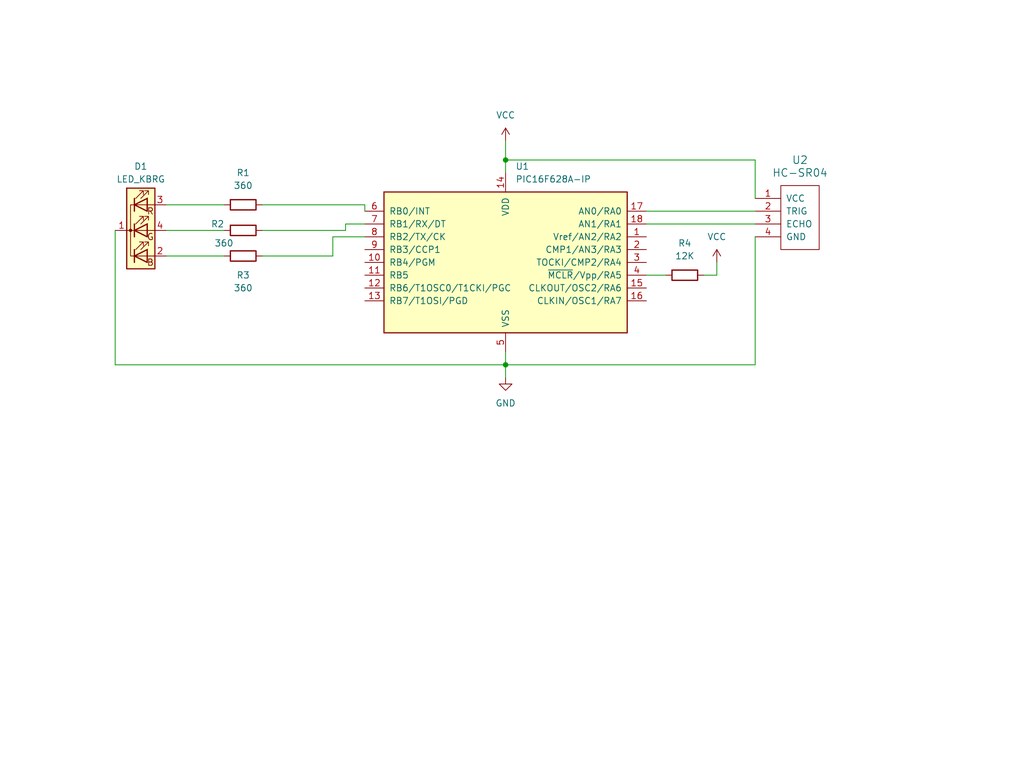
<source format=kicad_sch>
(kicad_sch (version 20230121) (generator eeschema)
  (paper "User" 203.2 152.4)
  (title_block (title "Distance Alert - PIC16F628A with HC-SR04 and RGB LED") (company "Ricardo Lima Caratti"))
  (lib_symbols
    (symbol "Device:LED_KBRG" (pin_names (offset 0) hide)
      (property "Reference" "D" (at 0 9.398 0))
      (property "Value" "LED_KBRG" (at 0 -8.89 0))
      (symbol "LED_KBRG_0_0"
        (text "B" (at 1.905 -6.35 0) (effects (font (size 1.27 1.27))))
        (text "G" (at 1.905 -1.27 0) (effects (font (size 1.27 1.27))))
        (text "R" (at 1.905 3.81 0) (effects (font (size 1.27 1.27))))
      )
      (symbol "LED_KBRG_0_1"
        (circle (center -2.032 0) (radius 0.254) (fill (type outline)))
        (polyline (pts (xy -1.27 -5.08) (xy 1.27 -5.08)))
        (polyline (pts (xy -1.27 -3.81) (xy -1.27 -6.35)) (stroke (width 0.254)))
        (polyline (pts (xy -1.27 0) (xy -2.54 0)))
        (polyline (pts (xy -1.27 1.27) (xy -1.27 -1.27)) (stroke (width 0.254)))
        (polyline (pts (xy -1.27 5.08) (xy 1.27 5.08)))
        (polyline (pts (xy -1.27 6.35) (xy -1.27 3.81)) (stroke (width 0.254)))
        (polyline (pts (xy 1.27 -5.08) (xy 2.54 -5.08)))
        (polyline (pts (xy 1.27 0) (xy -1.27 0)))
        (polyline (pts (xy 1.27 0) (xy 2.54 0)))
        (polyline (pts (xy 1.27 5.08) (xy 2.54 5.08)))
        (polyline (pts (xy -1.27 1.27) (xy -1.27 -1.27) (xy -1.27 -1.27)))
        (polyline (pts (xy -1.27 6.35) (xy -1.27 3.81) (xy -1.27 3.81)))
        (polyline (pts (xy -1.27 5.08) (xy -2.032 5.08) (xy -2.032 -5.08) (xy -1.016 -5.08)))
        (polyline (pts (xy 1.27 -3.81) (xy 1.27 -6.35) (xy -1.27 -5.08) (xy 1.27 -3.81)) (stroke (width 0.254)))
        (polyline (pts (xy 1.27 1.27) (xy 1.27 -1.27) (xy -1.27 0) (xy 1.27 1.27)) (stroke (width 0.254)))
        (polyline (pts (xy 1.27 6.35) (xy 1.27 3.81) (xy -1.27 5.08) (xy 1.27 6.35)) (stroke (width 0.254)))
        (polyline (pts (xy -1.016 -3.81) (xy 0.508 -2.286) (xy -0.254 -2.286) (xy 0.508 -2.286) (xy 0.508 -3.048)))
        (polyline (pts (xy -1.016 1.27) (xy 0.508 2.794) (xy -0.254 2.794) (xy 0.508 2.794) (xy 0.508 2.032)))
        (polyline (pts (xy -1.016 6.35) (xy 0.508 7.874) (xy -0.254 7.874) (xy 0.508 7.874) (xy 0.508 7.112)))
        (polyline (pts (xy 0 -3.81) (xy 1.524 -2.286) (xy 0.762 -2.286) (xy 1.524 -2.286) (xy 1.524 -3.048)))
        (polyline (pts (xy 0 1.27) (xy 1.524 2.794) (xy 0.762 2.794) (xy 1.524 2.794) (xy 1.524 2.032)))
        (polyline (pts (xy 0 6.35) (xy 1.524 7.874) (xy 0.762 7.874) (xy 1.524 7.874) (xy 1.524 7.112)))
        (rectangle (start 1.27 -1.27) (end 1.27 1.27))
        (rectangle (start 1.27 1.27) (end 1.27 1.27))
        (rectangle (start 1.27 3.81) (end 1.27 6.35))
        (rectangle (start 1.27 6.35) (end 1.27 6.35))
        (rectangle (start 2.794 8.382) (end -2.794 -7.62) (stroke (width 0.254)) (fill (type background)))
      )
      (symbol "LED_KBRG_1_1"
        (pin passive line (at -5.08 0 0) (length 2.54) (name "K") (number "1"))
        (pin passive line (at 5.08 -5.08 180) (length 2.54) (name "BA") (number "2"))
        (pin passive line (at 5.08 5.08 180) (length 2.54) (name "RA") (number "3"))
        (pin passive line (at 5.08 0 180) (length 2.54) (name "GA") (number "4"))
      )
    )
    (symbol "Device:R" (pin_numbers hide) (pin_names (offset 0))
      (property "Reference" "R" (at 2.032 0 90))
      (property "Value" "R" (at 0 0 90))
      (symbol "R_0_1"
        (rectangle (start -1.016 -2.54) (end 1.016 2.54) (stroke (width 0.254)))
      )
      (symbol "R_1_1"
        (pin passive line (at 0 3.81 270) (length 1.27) (name "~") (number "1"))
        (pin passive line (at 0 -3.81 90) (length 1.27) (name "~") (number "2"))
      )
    )
    (symbol "MCU_Microchip_PIC16:PIC16F628A-IP" (pin_names (offset 1.016))
      (property "Reference" "U" (at -24.13 17.78 0))
      (property "Value" "PIC16F628A-IP" (at -24.13 15.24 0))
      (symbol "PIC16F628A-IP_0_1"
        (rectangle (start 24.13 13.97) (end -24.13 -13.97) (stroke (width 0.254)) (fill (type background)))
      )
      (symbol "PIC16F628A-IP_1_1"
        (pin bidirectional line (at 27.94 5.08 180) (length 3.81) (name "Vref/AN2/RA2") (number "1"))
        (pin bidirectional line (at -27.94 0 0) (length 3.81) (name "RB4/PGM") (number "10"))
        (pin bidirectional line (at -27.94 -2.54 0) (length 3.81) (name "RB5") (number "11"))
        (pin bidirectional line (at -27.94 -5.08 0) (length 3.81) (name "RB6/T1OSC0/T1CKI/PGC") (number "12"))
        (pin bidirectional line (at -27.94 -7.62 0) (length 3.81) (name "RB7/T1OSI/PGD") (number "13"))
        (pin power_in line (at 0 17.78 270) (length 3.81) (name "VDD") (number "14"))
        (pin bidirectional line (at 27.94 -5.08 180) (length 3.81) (name "CLKOUT/OSC2/RA6") (number "15"))
        (pin bidirectional line (at 27.94 -7.62 180) (length 3.81) (name "CLKIN/OSC1/RA7") (number "16"))
        (pin bidirectional line (at 27.94 10.16 180) (length 3.81) (name "AN0/RA0") (number "17"))
        (pin bidirectional line (at 27.94 7.62 180) (length 3.81) (name "AN1/RA1") (number "18"))
        (pin bidirectional line (at 27.94 2.54 180) (length 3.81) (name "CMP1/AN3/RA3") (number "2"))
        (pin bidirectional line (at 27.94 0 180) (length 3.81) (name "TOCKI/CMP2/RA4") (number "3"))
        (pin input line (at 27.94 -2.54 180) (length 3.81) (name "~{MCLR}/Vpp/RA5") (number "4"))
        (pin power_in line (at 0 -17.78 90) (length 3.81) (name "VSS") (number "5"))
        (pin bidirectional line (at -27.94 10.16 0) (length 3.81) (name "RB0/INT") (number "6"))
        (pin bidirectional line (at -27.94 7.62 0) (length 3.81) (name "RB1/RX/DT") (number "7"))
        (pin bidirectional line (at -27.94 5.08 0) (length 3.81) (name "RB2/TX/CK") (number "8"))
        (pin bidirectional line (at -27.94 2.54 0) (length 3.81) (name "RB3/CCP1") (number "9"))
      )
    )
    (symbol "hc-sr04:HC-SR04" (pin_names (offset 1.016))
      (property "Reference" "U" (at -6.35 -7.62 0))
      (property "Value" "HC-SR04" (at -2.54 7.62 0))
      (symbol "HC-SR04_0_1"
        (rectangle (start 0 6.35) (end -7.62 -6.35))
      )
      (symbol "HC-SR04_1_1"
        (pin input line (at 5.08 3.81 180) (length 5.08) (name "VCC") (number "1"))
        (pin input line (at 5.08 1.27 180) (length 5.08) (name "TRIG") (number "2"))
        (pin input line (at 5.08 -1.27 180) (length 5.08) (name "ECHO") (number "3"))
        (pin input line (at 5.08 -3.81 180) (length 5.08) (name "GND") (number "4"))
      )
    )
    (symbol "power:GND" (power) (pin_names (offset 0))
      (property "Value" "GND" (at 0 -3.81 0))
      (symbol "GND_0_1"
        (polyline (pts (xy 0 0) (xy 0 -1.27) (xy 1.27 -1.27) (xy 0 -2.54) (xy -1.27 -1.27) (xy 0 -1.27)))
      )
      (symbol "GND_1_1"
        (pin power_in line (at 0 0 270) (length 0) hide (name "GND") (number "1"))
      )
    )
    (symbol "power:VCC" (power) (pin_names (offset 0))
      (property "Value" "VCC" (at 0 3.81 0))
      (symbol "VCC_0_1"
        (polyline (pts (xy -0.762 1.27) (xy 0 2.54)))
        (polyline (pts (xy 0 0) (xy 0 2.54)))
        (polyline (pts (xy 0 2.54) (xy 0.762 1.27)))
      )
      (symbol "VCC_1_1"
        (pin power_in line (at 0 0 90) (length 0) hide (name "VCC") (number "1"))
      )
    )
  )
  (junction (at 100.33 72.39))
  (junction (at 100.33 31.75))
  (wire (pts (xy 139.7 54.61) (xy 142.24 54.61)))
  (wire (pts (xy 100.33 31.75) (xy 100.33 34.29)))
  (wire (pts (xy 149.86 46.99) (xy 149.86 72.39)))
  (wire (pts (xy 100.33 31.75) (xy 149.86 31.75)))
  (wire (pts (xy 68.58 45.72) (xy 68.58 44.45)))
  (wire (pts (xy 33.02 45.72) (xy 44.45 45.72)))
  (wire (pts (xy 22.86 45.72) (xy 22.86 72.39)))
  (wire (pts (xy 100.33 69.85) (xy 100.33 72.39)))
  (wire (pts (xy 52.07 45.72) (xy 68.58 45.72)))
  (wire (pts (xy 52.07 50.8) (xy 66.04 50.8)))
  (wire (pts (xy 66.04 46.99) (xy 72.39 46.99)))
  (wire (pts (xy 52.07 40.64) (xy 72.39 40.64)))
  (wire (pts (xy 149.86 39.37) (xy 149.86 31.75)))
  (wire (pts (xy 66.04 50.8) (xy 66.04 46.99)))
  (wire (pts (xy 128.27 41.91) (xy 149.86 41.91)))
  (wire (pts (xy 142.24 52.07) (xy 142.24 54.61)))
  (wire (pts (xy 149.86 72.39) (xy 100.33 72.39)))
  (wire (pts (xy 128.27 44.45) (xy 149.86 44.45)))
  (wire (pts (xy 128.27 54.61) (xy 132.08 54.61)))
  (wire (pts (xy 22.86 72.39) (xy 100.33 72.39)))
  (wire (pts (xy 72.39 40.64) (xy 72.39 41.91)))
  (wire (pts (xy 33.02 50.8) (xy 44.45 50.8)))
  (wire (pts (xy 33.02 40.64) (xy 44.45 40.64)))
  (wire (pts (xy 100.33 27.94) (xy 100.33 31.75)))
  (wire (pts (xy 68.58 44.45) (xy 72.39 44.45)))
  (wire (pts (xy 100.33 72.39) (xy 100.33 74.93)))
  (symbol (lib_id "Device:R") (at 48.26 50.8 90) (unit 1)
    (property "Reference" "R3" (at 48.26 54.61 90))
    (property "Value" "360" (at 48.26 57.15 90))
  )
  (symbol (lib_id "Device:R") (at 48.26 45.72 90) (unit 1)
    (property "Reference" "R2" (at 43.18 44.45 90))
    (property "Value" "360" (at 44.45 48.26 90))
  )
  (symbol (lib_id "hc-sr04:HC-SR04") (at 154.94 43.18 0) (mirror y) (unit 1)
    (property "Reference" "U2" (at 158.75 31.75 0) (effects (font (size 1.524 1.524))))
    (property "Value" "HC-SR04" (at 158.75 34.29 0) (effects (font (size 1.524 1.524))))
  )
  (symbol (lib_id "MCU_Microchip_PIC16:PIC16F628A-IP") (at 100.33 52.07 0) (unit 1)
    (property "Reference" "U1" (at 102.2859 33.02 0) (effects (justify left)))
    (property "Value" "PIC16F628A-IP" (at 102.2859 35.56 0) (effects (justify left)))
    (property "Datasheet" "http://ww1.microchip.com/downloads/en/DeviceDoc/40300c.pdf" (effects hide))
  )
  (symbol (lib_id "Device:R") (at 135.89 54.61 90) (unit 1)
    (property "Reference" "R4" (at 135.89 48.26 90))
    (property "Value" "12K" (at 135.89 50.8 90))
  )
  (symbol (lib_id "Device:LED_KBRG") (at 27.94 45.72 0) (unit 1)
    (property "Reference" "D1" (at 27.94 33.02 0))
    (property "Value" "LED_KBRG" (at 27.94 35.56 0))
  )
  (symbol (lib_id "power:VCC") (at 142.24 52.07 0) (unit 1)
    (property "Reference" "#PWR01" (effects hide))
    (property "Value" "VCC" (at 142.24 46.99 0))
  )
  (symbol (lib_id "power:GND") (at 100.33 74.93 0) (unit 1)
    (property "Reference" "#PWR03" (effects hide))
    (property "Value" "GND" (at 100.33 80.01 0))
  )
  (symbol (lib_id "power:VCC") (at 100.33 27.94 0) (unit 1)
    (property "Reference" "#PWR02" (effects hide))
    (property "Value" "VCC" (at 100.33 22.86 0))
  )
  (symbol (lib_id "Device:R") (at 48.26 40.64 90) (unit 1)
    (property "Reference" "R1" (at 48.26 34.29 90))
    (property "Value" "360" (at 48.26 36.83 90))
  )
)
</source>
